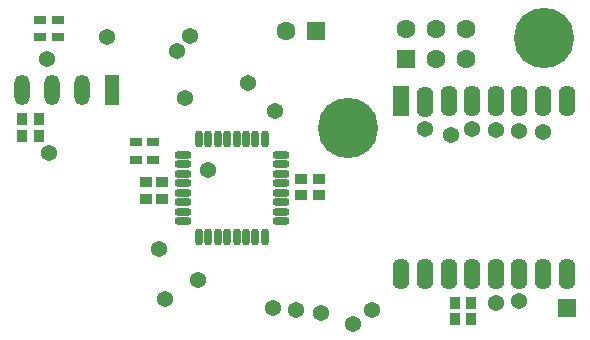
<source format=gbs>
G04 Layer_Color=16711935*
%FSLAX25Y25*%
%MOIN*%
G70*
G01*
G75*
%ADD37R,0.03943X0.03550*%
%ADD38R,0.03550X0.03943*%
%ADD39C,0.20085*%
%ADD40R,0.05124X0.10243*%
%ADD41O,0.05124X0.10243*%
%ADD42R,0.06305X0.06305*%
%ADD43C,0.06305*%
%ADD44C,0.05400*%
%ADD45R,0.05400X0.10400*%
%ADD46O,0.05400X0.10400*%
%ADD47R,0.03943X0.03156*%
%ADD48O,0.05715X0.02565*%
%ADD49O,0.02565X0.05715*%
D37*
X102362Y53150D02*
D03*
Y47638D02*
D03*
X108268Y53150D02*
D03*
Y47638D02*
D03*
X50787Y46457D02*
D03*
Y51968D02*
D03*
X55905Y46457D02*
D03*
Y51968D02*
D03*
D38*
X9449Y72835D02*
D03*
X14961D02*
D03*
X9449Y67323D02*
D03*
X14961D02*
D03*
X159055Y6299D02*
D03*
X153543D02*
D03*
X159055Y11811D02*
D03*
X153543D02*
D03*
D39*
X118110Y70079D02*
D03*
X183465Y100000D02*
D03*
D40*
X39291Y82677D02*
D03*
D41*
X29291D02*
D03*
X19291D02*
D03*
X9291D02*
D03*
D42*
X107362Y102362D02*
D03*
X190945Y9843D02*
D03*
X137244Y93150D02*
D03*
D43*
X97362Y102362D02*
D03*
X157244Y103150D02*
D03*
Y93150D02*
D03*
X147244Y103150D02*
D03*
Y93150D02*
D03*
X137244Y103150D02*
D03*
D44*
X63779Y79921D02*
D03*
X143701Y69685D02*
D03*
X57087Y12992D02*
D03*
X68110Y19291D02*
D03*
X100787Y9449D02*
D03*
X109055Y8268D02*
D03*
X92913Y9843D02*
D03*
X55118Y29528D02*
D03*
X159449Y69685D02*
D03*
X167323Y69291D02*
D03*
X175197Y68898D02*
D03*
X183071Y68504D02*
D03*
X119685Y4724D02*
D03*
X175197Y12205D02*
D03*
X125984Y9449D02*
D03*
X167323Y11811D02*
D03*
X152362Y67716D02*
D03*
X84646Y85039D02*
D03*
X18504Y61811D02*
D03*
X71260Y55905D02*
D03*
X37795Y100394D02*
D03*
X17717Y92913D02*
D03*
X60984Y95709D02*
D03*
X65276Y100709D02*
D03*
X93701Y75590D02*
D03*
D45*
X135827Y79137D02*
D03*
D46*
X143701Y78743D02*
D03*
X151575Y79137D02*
D03*
X159449D02*
D03*
X167323D02*
D03*
X175197D02*
D03*
X183071D02*
D03*
X190945D02*
D03*
X135827Y21260D02*
D03*
X143701D02*
D03*
X151575D02*
D03*
X159449D02*
D03*
X167323D02*
D03*
X175197D02*
D03*
X183071D02*
D03*
X190945D02*
D03*
D47*
X21260Y106102D02*
D03*
Y100197D02*
D03*
X15354Y106102D02*
D03*
Y100197D02*
D03*
X47244Y65158D02*
D03*
Y59252D02*
D03*
X53150Y65158D02*
D03*
Y59252D02*
D03*
D48*
X95669Y61024D02*
D03*
Y57874D02*
D03*
Y54724D02*
D03*
Y51575D02*
D03*
Y48425D02*
D03*
Y45276D02*
D03*
Y42126D02*
D03*
Y38976D02*
D03*
X62992D02*
D03*
Y42126D02*
D03*
Y45276D02*
D03*
Y48425D02*
D03*
Y51575D02*
D03*
Y54724D02*
D03*
Y57874D02*
D03*
Y61024D02*
D03*
D49*
X90354Y33661D02*
D03*
X87205D02*
D03*
X84055D02*
D03*
X80905D02*
D03*
X77756D02*
D03*
X74606D02*
D03*
X71457D02*
D03*
X68307D02*
D03*
Y66339D02*
D03*
X71457D02*
D03*
X74606D02*
D03*
X77756D02*
D03*
X80905D02*
D03*
X84055D02*
D03*
X87205D02*
D03*
X90354D02*
D03*
M02*

</source>
